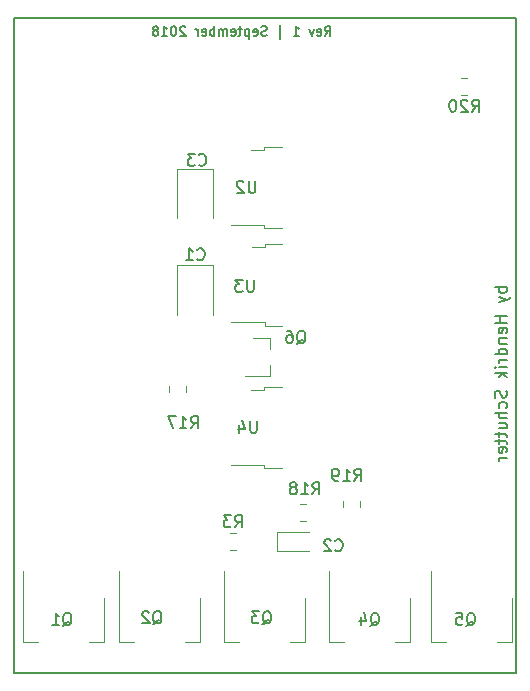
<source format=gbr>
G04 #@! TF.GenerationSoftware,KiCad,Pcbnew,5.0.0*
G04 #@! TF.CreationDate,2018-09-24T20:27:35+02:00*
G04 #@! TF.ProjectId,OpenRClight,4F70656E52436C696768742E6B696361,rev?*
G04 #@! TF.SameCoordinates,Original*
G04 #@! TF.FileFunction,Legend,Bot*
G04 #@! TF.FilePolarity,Positive*
%FSLAX46Y46*%
G04 Gerber Fmt 4.6, Leading zero omitted, Abs format (unit mm)*
G04 Created by KiCad (PCBNEW 5.0.0) date Mon Sep 24 20:27:35 2018*
%MOMM*%
%LPD*%
G01*
G04 APERTURE LIST*
%ADD10C,0.200000*%
%ADD11C,0.120000*%
%ADD12C,0.150000*%
G04 APERTURE END LIST*
D10*
X111450380Y-119333285D02*
X110450380Y-119333285D01*
X110831333Y-119333285D02*
X110783714Y-119428523D01*
X110783714Y-119619000D01*
X110831333Y-119714238D01*
X110878952Y-119761857D01*
X110974190Y-119809476D01*
X111259904Y-119809476D01*
X111355142Y-119761857D01*
X111402761Y-119714238D01*
X111450380Y-119619000D01*
X111450380Y-119428523D01*
X111402761Y-119333285D01*
X110783714Y-120142809D02*
X111450380Y-120380904D01*
X110783714Y-120619000D02*
X111450380Y-120380904D01*
X111688476Y-120285666D01*
X111736095Y-120238047D01*
X111783714Y-120142809D01*
X111450380Y-121761857D02*
X110450380Y-121761857D01*
X110926571Y-121761857D02*
X110926571Y-122333285D01*
X111450380Y-122333285D02*
X110450380Y-122333285D01*
X111402761Y-123190428D02*
X111450380Y-123095190D01*
X111450380Y-122904714D01*
X111402761Y-122809476D01*
X111307523Y-122761857D01*
X110926571Y-122761857D01*
X110831333Y-122809476D01*
X110783714Y-122904714D01*
X110783714Y-123095190D01*
X110831333Y-123190428D01*
X110926571Y-123238047D01*
X111021809Y-123238047D01*
X111117047Y-122761857D01*
X110783714Y-123666619D02*
X111450380Y-123666619D01*
X110878952Y-123666619D02*
X110831333Y-123714238D01*
X110783714Y-123809476D01*
X110783714Y-123952333D01*
X110831333Y-124047571D01*
X110926571Y-124095190D01*
X111450380Y-124095190D01*
X111450380Y-124999952D02*
X110450380Y-124999952D01*
X111402761Y-124999952D02*
X111450380Y-124904714D01*
X111450380Y-124714238D01*
X111402761Y-124619000D01*
X111355142Y-124571380D01*
X111259904Y-124523761D01*
X110974190Y-124523761D01*
X110878952Y-124571380D01*
X110831333Y-124619000D01*
X110783714Y-124714238D01*
X110783714Y-124904714D01*
X110831333Y-124999952D01*
X111450380Y-125476142D02*
X110783714Y-125476142D01*
X110974190Y-125476142D02*
X110878952Y-125523761D01*
X110831333Y-125571380D01*
X110783714Y-125666619D01*
X110783714Y-125761857D01*
X111450380Y-126095190D02*
X110783714Y-126095190D01*
X110450380Y-126095190D02*
X110498000Y-126047571D01*
X110545619Y-126095190D01*
X110498000Y-126142809D01*
X110450380Y-126095190D01*
X110545619Y-126095190D01*
X111450380Y-126571380D02*
X110450380Y-126571380D01*
X111069428Y-126666619D02*
X111450380Y-126952333D01*
X110783714Y-126952333D02*
X111164666Y-126571380D01*
X111402761Y-128095190D02*
X111450380Y-128238047D01*
X111450380Y-128476142D01*
X111402761Y-128571380D01*
X111355142Y-128619000D01*
X111259904Y-128666619D01*
X111164666Y-128666619D01*
X111069428Y-128619000D01*
X111021809Y-128571380D01*
X110974190Y-128476142D01*
X110926571Y-128285666D01*
X110878952Y-128190428D01*
X110831333Y-128142809D01*
X110736095Y-128095190D01*
X110640857Y-128095190D01*
X110545619Y-128142809D01*
X110498000Y-128190428D01*
X110450380Y-128285666D01*
X110450380Y-128523761D01*
X110498000Y-128666619D01*
X111402761Y-129523761D02*
X111450380Y-129428523D01*
X111450380Y-129238047D01*
X111402761Y-129142809D01*
X111355142Y-129095190D01*
X111259904Y-129047571D01*
X110974190Y-129047571D01*
X110878952Y-129095190D01*
X110831333Y-129142809D01*
X110783714Y-129238047D01*
X110783714Y-129428523D01*
X110831333Y-129523761D01*
X111450380Y-129952333D02*
X110450380Y-129952333D01*
X111450380Y-130380904D02*
X110926571Y-130380904D01*
X110831333Y-130333285D01*
X110783714Y-130238047D01*
X110783714Y-130095190D01*
X110831333Y-129999952D01*
X110878952Y-129952333D01*
X110783714Y-131285666D02*
X111450380Y-131285666D01*
X110783714Y-130857095D02*
X111307523Y-130857095D01*
X111402761Y-130904714D01*
X111450380Y-130999952D01*
X111450380Y-131142809D01*
X111402761Y-131238047D01*
X111355142Y-131285666D01*
X110783714Y-131619000D02*
X110783714Y-131999952D01*
X110450380Y-131761857D02*
X111307523Y-131761857D01*
X111402761Y-131809476D01*
X111450380Y-131904714D01*
X111450380Y-131999952D01*
X110783714Y-132190428D02*
X110783714Y-132571380D01*
X110450380Y-132333285D02*
X111307523Y-132333285D01*
X111402761Y-132380904D01*
X111450380Y-132476142D01*
X111450380Y-132571380D01*
X111402761Y-133285666D02*
X111450380Y-133190428D01*
X111450380Y-132999952D01*
X111402761Y-132904714D01*
X111307523Y-132857095D01*
X110926571Y-132857095D01*
X110831333Y-132904714D01*
X110783714Y-132999952D01*
X110783714Y-133190428D01*
X110831333Y-133285666D01*
X110926571Y-133333285D01*
X111021809Y-133333285D01*
X111117047Y-132857095D01*
X111450380Y-133761857D02*
X110783714Y-133761857D01*
X110974190Y-133761857D02*
X110878952Y-133809476D01*
X110831333Y-133857095D01*
X110783714Y-133952333D01*
X110783714Y-134047571D01*
X96074619Y-98024904D02*
X96341285Y-97643952D01*
X96531761Y-98024904D02*
X96531761Y-97224904D01*
X96227000Y-97224904D01*
X96150809Y-97263000D01*
X96112714Y-97301095D01*
X96074619Y-97377285D01*
X96074619Y-97491571D01*
X96112714Y-97567761D01*
X96150809Y-97605857D01*
X96227000Y-97643952D01*
X96531761Y-97643952D01*
X95427000Y-97986809D02*
X95503190Y-98024904D01*
X95655571Y-98024904D01*
X95731761Y-97986809D01*
X95769857Y-97910619D01*
X95769857Y-97605857D01*
X95731761Y-97529666D01*
X95655571Y-97491571D01*
X95503190Y-97491571D01*
X95427000Y-97529666D01*
X95388904Y-97605857D01*
X95388904Y-97682047D01*
X95769857Y-97758238D01*
X95122238Y-97491571D02*
X94931761Y-98024904D01*
X94741285Y-97491571D01*
X93407952Y-98024904D02*
X93865095Y-98024904D01*
X93636523Y-98024904D02*
X93636523Y-97224904D01*
X93712714Y-97339190D01*
X93788904Y-97415380D01*
X93865095Y-97453476D01*
X92265095Y-98291571D02*
X92265095Y-97148714D01*
X91122238Y-97986809D02*
X91007952Y-98024904D01*
X90817476Y-98024904D01*
X90741285Y-97986809D01*
X90703190Y-97948714D01*
X90665095Y-97872523D01*
X90665095Y-97796333D01*
X90703190Y-97720142D01*
X90741285Y-97682047D01*
X90817476Y-97643952D01*
X90969857Y-97605857D01*
X91046047Y-97567761D01*
X91084142Y-97529666D01*
X91122238Y-97453476D01*
X91122238Y-97377285D01*
X91084142Y-97301095D01*
X91046047Y-97263000D01*
X90969857Y-97224904D01*
X90779380Y-97224904D01*
X90665095Y-97263000D01*
X90017476Y-97986809D02*
X90093666Y-98024904D01*
X90246047Y-98024904D01*
X90322238Y-97986809D01*
X90360333Y-97910619D01*
X90360333Y-97605857D01*
X90322238Y-97529666D01*
X90246047Y-97491571D01*
X90093666Y-97491571D01*
X90017476Y-97529666D01*
X89979380Y-97605857D01*
X89979380Y-97682047D01*
X90360333Y-97758238D01*
X89636523Y-97491571D02*
X89636523Y-98291571D01*
X89636523Y-97529666D02*
X89560333Y-97491571D01*
X89407952Y-97491571D01*
X89331761Y-97529666D01*
X89293666Y-97567761D01*
X89255571Y-97643952D01*
X89255571Y-97872523D01*
X89293666Y-97948714D01*
X89331761Y-97986809D01*
X89407952Y-98024904D01*
X89560333Y-98024904D01*
X89636523Y-97986809D01*
X89027000Y-97491571D02*
X88722238Y-97491571D01*
X88912714Y-97224904D02*
X88912714Y-97910619D01*
X88874619Y-97986809D01*
X88798428Y-98024904D01*
X88722238Y-98024904D01*
X88150809Y-97986809D02*
X88227000Y-98024904D01*
X88379380Y-98024904D01*
X88455571Y-97986809D01*
X88493666Y-97910619D01*
X88493666Y-97605857D01*
X88455571Y-97529666D01*
X88379380Y-97491571D01*
X88227000Y-97491571D01*
X88150809Y-97529666D01*
X88112714Y-97605857D01*
X88112714Y-97682047D01*
X88493666Y-97758238D01*
X87769857Y-98024904D02*
X87769857Y-97491571D01*
X87769857Y-97567761D02*
X87731761Y-97529666D01*
X87655571Y-97491571D01*
X87541285Y-97491571D01*
X87465095Y-97529666D01*
X87427000Y-97605857D01*
X87427000Y-98024904D01*
X87427000Y-97605857D02*
X87388904Y-97529666D01*
X87312714Y-97491571D01*
X87198428Y-97491571D01*
X87122238Y-97529666D01*
X87084142Y-97605857D01*
X87084142Y-98024904D01*
X86703190Y-98024904D02*
X86703190Y-97224904D01*
X86703190Y-97529666D02*
X86627000Y-97491571D01*
X86474619Y-97491571D01*
X86398428Y-97529666D01*
X86360333Y-97567761D01*
X86322238Y-97643952D01*
X86322238Y-97872523D01*
X86360333Y-97948714D01*
X86398428Y-97986809D01*
X86474619Y-98024904D01*
X86627000Y-98024904D01*
X86703190Y-97986809D01*
X85674619Y-97986809D02*
X85750809Y-98024904D01*
X85903190Y-98024904D01*
X85979380Y-97986809D01*
X86017476Y-97910619D01*
X86017476Y-97605857D01*
X85979380Y-97529666D01*
X85903190Y-97491571D01*
X85750809Y-97491571D01*
X85674619Y-97529666D01*
X85636523Y-97605857D01*
X85636523Y-97682047D01*
X86017476Y-97758238D01*
X85293666Y-98024904D02*
X85293666Y-97491571D01*
X85293666Y-97643952D02*
X85255571Y-97567761D01*
X85217476Y-97529666D01*
X85141285Y-97491571D01*
X85065095Y-97491571D01*
X84227000Y-97301095D02*
X84188904Y-97263000D01*
X84112714Y-97224904D01*
X83922238Y-97224904D01*
X83846047Y-97263000D01*
X83807952Y-97301095D01*
X83769857Y-97377285D01*
X83769857Y-97453476D01*
X83807952Y-97567761D01*
X84265095Y-98024904D01*
X83769857Y-98024904D01*
X83274619Y-97224904D02*
X83198428Y-97224904D01*
X83122238Y-97263000D01*
X83084142Y-97301095D01*
X83046047Y-97377285D01*
X83007952Y-97529666D01*
X83007952Y-97720142D01*
X83046047Y-97872523D01*
X83084142Y-97948714D01*
X83122238Y-97986809D01*
X83198428Y-98024904D01*
X83274619Y-98024904D01*
X83350809Y-97986809D01*
X83388904Y-97948714D01*
X83427000Y-97872523D01*
X83465095Y-97720142D01*
X83465095Y-97529666D01*
X83427000Y-97377285D01*
X83388904Y-97301095D01*
X83350809Y-97263000D01*
X83274619Y-97224904D01*
X82246047Y-98024904D02*
X82703190Y-98024904D01*
X82474619Y-98024904D02*
X82474619Y-97224904D01*
X82550809Y-97339190D01*
X82627000Y-97415380D01*
X82703190Y-97453476D01*
X81788904Y-97567761D02*
X81865095Y-97529666D01*
X81903190Y-97491571D01*
X81941285Y-97415380D01*
X81941285Y-97377285D01*
X81903190Y-97301095D01*
X81865095Y-97263000D01*
X81788904Y-97224904D01*
X81636523Y-97224904D01*
X81560333Y-97263000D01*
X81522238Y-97301095D01*
X81484142Y-97377285D01*
X81484142Y-97415380D01*
X81522238Y-97491571D01*
X81560333Y-97529666D01*
X81636523Y-97567761D01*
X81788904Y-97567761D01*
X81865095Y-97605857D01*
X81903190Y-97643952D01*
X81941285Y-97720142D01*
X81941285Y-97872523D01*
X81903190Y-97948714D01*
X81865095Y-97986809D01*
X81788904Y-98024904D01*
X81636523Y-98024904D01*
X81560333Y-97986809D01*
X81522238Y-97948714D01*
X81484142Y-97872523D01*
X81484142Y-97720142D01*
X81522238Y-97643952D01*
X81560333Y-97605857D01*
X81636523Y-97567761D01*
X69723000Y-96520000D02*
X112268000Y-96520000D01*
X69723000Y-152019000D02*
X69723000Y-96520000D01*
X112268000Y-152019000D02*
X69723000Y-152019000D01*
X112268000Y-96520000D02*
X112268000Y-152019000D01*
D11*
G04 #@! TO.C,C1*
X86600000Y-117428000D02*
X86600000Y-121638000D01*
X83580000Y-117428000D02*
X86600000Y-117428000D01*
X83580000Y-121638000D02*
X83580000Y-117428000D01*
G04 #@! TO.C,C3*
X83580000Y-113496000D02*
X83580000Y-109286000D01*
X83580000Y-109286000D02*
X86600000Y-109286000D01*
X86600000Y-109286000D02*
X86600000Y-113496000D01*
G04 #@! TO.C,Q1*
X70504000Y-143347000D02*
X70504000Y-149357000D01*
X77324000Y-145597000D02*
X77324000Y-149357000D01*
X70504000Y-149357000D02*
X71764000Y-149357000D01*
X77324000Y-149357000D02*
X76064000Y-149357000D01*
G04 #@! TO.C,Q2*
X78632000Y-143347000D02*
X78632000Y-149357000D01*
X85452000Y-145597000D02*
X85452000Y-149357000D01*
X78632000Y-149357000D02*
X79892000Y-149357000D01*
X85452000Y-149357000D02*
X84192000Y-149357000D01*
G04 #@! TO.C,Q3*
X94342000Y-149357000D02*
X93082000Y-149357000D01*
X87522000Y-149357000D02*
X88782000Y-149357000D01*
X94342000Y-145597000D02*
X94342000Y-149357000D01*
X87522000Y-143347000D02*
X87522000Y-149357000D01*
G04 #@! TO.C,Q4*
X103232000Y-149357000D02*
X101972000Y-149357000D01*
X96412000Y-149357000D02*
X97672000Y-149357000D01*
X103232000Y-145597000D02*
X103232000Y-149357000D01*
X96412000Y-143347000D02*
X96412000Y-149357000D01*
G04 #@! TO.C,Q5*
X111868000Y-149357000D02*
X110608000Y-149357000D01*
X105048000Y-149357000D02*
X106308000Y-149357000D01*
X111868000Y-145597000D02*
X111868000Y-149357000D01*
X105048000Y-143347000D02*
X105048000Y-149357000D01*
G04 #@! TO.C,Q6*
X91454000Y-123642000D02*
X91454000Y-124572000D01*
X91454000Y-126802000D02*
X91454000Y-125872000D01*
X91454000Y-126802000D02*
X89294000Y-126802000D01*
X91454000Y-123642000D02*
X89994000Y-123642000D01*
G04 #@! TO.C,R3*
X88523578Y-141553000D02*
X88006422Y-141553000D01*
X88523578Y-140133000D02*
X88006422Y-140133000D01*
G04 #@! TO.C,R17*
X84276000Y-128196578D02*
X84276000Y-127679422D01*
X82856000Y-128196578D02*
X82856000Y-127679422D01*
G04 #@! TO.C,R18*
X93975422Y-139140000D02*
X94492578Y-139140000D01*
X93975422Y-137720000D02*
X94492578Y-137720000D01*
G04 #@! TO.C,R19*
X99008000Y-137974578D02*
X99008000Y-137457422D01*
X97588000Y-137974578D02*
X97588000Y-137457422D01*
G04 #@! TO.C,R20*
X107613422Y-101652000D02*
X108130578Y-101652000D01*
X107613422Y-103072000D02*
X108130578Y-103072000D01*
G04 #@! TO.C,U2*
X92434000Y-114321000D02*
X90934000Y-114321000D01*
X90934000Y-114321000D02*
X90934000Y-114051000D01*
X90934000Y-114051000D02*
X88104000Y-114051000D01*
X92434000Y-107421000D02*
X90934000Y-107421000D01*
X90934000Y-107421000D02*
X90934000Y-107691000D01*
X90934000Y-107691000D02*
X89834000Y-107691000D01*
G04 #@! TO.C,U3*
X90958000Y-115945000D02*
X89858000Y-115945000D01*
X90958000Y-115675000D02*
X90958000Y-115945000D01*
X92458000Y-115675000D02*
X90958000Y-115675000D01*
X90958000Y-122305000D02*
X88128000Y-122305000D01*
X90958000Y-122575000D02*
X90958000Y-122305000D01*
X92458000Y-122575000D02*
X90958000Y-122575000D01*
G04 #@! TO.C,U4*
X92434000Y-134641000D02*
X90934000Y-134641000D01*
X90934000Y-134641000D02*
X90934000Y-134371000D01*
X90934000Y-134371000D02*
X88104000Y-134371000D01*
X92434000Y-127741000D02*
X90934000Y-127741000D01*
X90934000Y-127741000D02*
X90934000Y-128011000D01*
X90934000Y-128011000D02*
X89834000Y-128011000D01*
G04 #@! TO.C,C2*
X94727500Y-141628000D02*
X92017500Y-141628000D01*
X92017500Y-141628000D02*
X92017500Y-140058000D01*
X92017500Y-140058000D02*
X94727500Y-140058000D01*
G04 #@! TO.C,C1*
D12*
X85256666Y-116943142D02*
X85304285Y-116990761D01*
X85447142Y-117038380D01*
X85542380Y-117038380D01*
X85685238Y-116990761D01*
X85780476Y-116895523D01*
X85828095Y-116800285D01*
X85875714Y-116609809D01*
X85875714Y-116466952D01*
X85828095Y-116276476D01*
X85780476Y-116181238D01*
X85685238Y-116086000D01*
X85542380Y-116038380D01*
X85447142Y-116038380D01*
X85304285Y-116086000D01*
X85256666Y-116133619D01*
X84304285Y-117038380D02*
X84875714Y-117038380D01*
X84590000Y-117038380D02*
X84590000Y-116038380D01*
X84685238Y-116181238D01*
X84780476Y-116276476D01*
X84875714Y-116324095D01*
G04 #@! TO.C,C3*
X85383666Y-108942142D02*
X85431285Y-108989761D01*
X85574142Y-109037380D01*
X85669380Y-109037380D01*
X85812238Y-108989761D01*
X85907476Y-108894523D01*
X85955095Y-108799285D01*
X86002714Y-108608809D01*
X86002714Y-108465952D01*
X85955095Y-108275476D01*
X85907476Y-108180238D01*
X85812238Y-108085000D01*
X85669380Y-108037380D01*
X85574142Y-108037380D01*
X85431285Y-108085000D01*
X85383666Y-108132619D01*
X85050333Y-108037380D02*
X84431285Y-108037380D01*
X84764619Y-108418333D01*
X84621761Y-108418333D01*
X84526523Y-108465952D01*
X84478904Y-108513571D01*
X84431285Y-108608809D01*
X84431285Y-108846904D01*
X84478904Y-108942142D01*
X84526523Y-108989761D01*
X84621761Y-109037380D01*
X84907476Y-109037380D01*
X85002714Y-108989761D01*
X85050333Y-108942142D01*
G04 #@! TO.C,Q1*
X73882238Y-147994619D02*
X73977476Y-147947000D01*
X74072714Y-147851761D01*
X74215571Y-147708904D01*
X74310809Y-147661285D01*
X74406047Y-147661285D01*
X74358428Y-147899380D02*
X74453666Y-147851761D01*
X74548904Y-147756523D01*
X74596523Y-147566047D01*
X74596523Y-147232714D01*
X74548904Y-147042238D01*
X74453666Y-146947000D01*
X74358428Y-146899380D01*
X74167952Y-146899380D01*
X74072714Y-146947000D01*
X73977476Y-147042238D01*
X73929857Y-147232714D01*
X73929857Y-147566047D01*
X73977476Y-147756523D01*
X74072714Y-147851761D01*
X74167952Y-147899380D01*
X74358428Y-147899380D01*
X72977476Y-147899380D02*
X73548904Y-147899380D01*
X73263190Y-147899380D02*
X73263190Y-146899380D01*
X73358428Y-147042238D01*
X73453666Y-147137476D01*
X73548904Y-147185095D01*
G04 #@! TO.C,Q2*
X81502238Y-147867619D02*
X81597476Y-147820000D01*
X81692714Y-147724761D01*
X81835571Y-147581904D01*
X81930809Y-147534285D01*
X82026047Y-147534285D01*
X81978428Y-147772380D02*
X82073666Y-147724761D01*
X82168904Y-147629523D01*
X82216523Y-147439047D01*
X82216523Y-147105714D01*
X82168904Y-146915238D01*
X82073666Y-146820000D01*
X81978428Y-146772380D01*
X81787952Y-146772380D01*
X81692714Y-146820000D01*
X81597476Y-146915238D01*
X81549857Y-147105714D01*
X81549857Y-147439047D01*
X81597476Y-147629523D01*
X81692714Y-147724761D01*
X81787952Y-147772380D01*
X81978428Y-147772380D01*
X81168904Y-146867619D02*
X81121285Y-146820000D01*
X81026047Y-146772380D01*
X80787952Y-146772380D01*
X80692714Y-146820000D01*
X80645095Y-146867619D01*
X80597476Y-146962857D01*
X80597476Y-147058095D01*
X80645095Y-147200952D01*
X81216523Y-147772380D01*
X80597476Y-147772380D01*
G04 #@! TO.C,Q3*
X90773238Y-147867619D02*
X90868476Y-147820000D01*
X90963714Y-147724761D01*
X91106571Y-147581904D01*
X91201809Y-147534285D01*
X91297047Y-147534285D01*
X91249428Y-147772380D02*
X91344666Y-147724761D01*
X91439904Y-147629523D01*
X91487523Y-147439047D01*
X91487523Y-147105714D01*
X91439904Y-146915238D01*
X91344666Y-146820000D01*
X91249428Y-146772380D01*
X91058952Y-146772380D01*
X90963714Y-146820000D01*
X90868476Y-146915238D01*
X90820857Y-147105714D01*
X90820857Y-147439047D01*
X90868476Y-147629523D01*
X90963714Y-147724761D01*
X91058952Y-147772380D01*
X91249428Y-147772380D01*
X90487523Y-146772380D02*
X89868476Y-146772380D01*
X90201809Y-147153333D01*
X90058952Y-147153333D01*
X89963714Y-147200952D01*
X89916095Y-147248571D01*
X89868476Y-147343809D01*
X89868476Y-147581904D01*
X89916095Y-147677142D01*
X89963714Y-147724761D01*
X90058952Y-147772380D01*
X90344666Y-147772380D01*
X90439904Y-147724761D01*
X90487523Y-147677142D01*
G04 #@! TO.C,Q4*
X99917238Y-147994619D02*
X100012476Y-147947000D01*
X100107714Y-147851761D01*
X100250571Y-147708904D01*
X100345809Y-147661285D01*
X100441047Y-147661285D01*
X100393428Y-147899380D02*
X100488666Y-147851761D01*
X100583904Y-147756523D01*
X100631523Y-147566047D01*
X100631523Y-147232714D01*
X100583904Y-147042238D01*
X100488666Y-146947000D01*
X100393428Y-146899380D01*
X100202952Y-146899380D01*
X100107714Y-146947000D01*
X100012476Y-147042238D01*
X99964857Y-147232714D01*
X99964857Y-147566047D01*
X100012476Y-147756523D01*
X100107714Y-147851761D01*
X100202952Y-147899380D01*
X100393428Y-147899380D01*
X99107714Y-147232714D02*
X99107714Y-147899380D01*
X99345809Y-146851761D02*
X99583904Y-147566047D01*
X98964857Y-147566047D01*
G04 #@! TO.C,Q5*
X108045238Y-147994619D02*
X108140476Y-147947000D01*
X108235714Y-147851761D01*
X108378571Y-147708904D01*
X108473809Y-147661285D01*
X108569047Y-147661285D01*
X108521428Y-147899380D02*
X108616666Y-147851761D01*
X108711904Y-147756523D01*
X108759523Y-147566047D01*
X108759523Y-147232714D01*
X108711904Y-147042238D01*
X108616666Y-146947000D01*
X108521428Y-146899380D01*
X108330952Y-146899380D01*
X108235714Y-146947000D01*
X108140476Y-147042238D01*
X108092857Y-147232714D01*
X108092857Y-147566047D01*
X108140476Y-147756523D01*
X108235714Y-147851761D01*
X108330952Y-147899380D01*
X108521428Y-147899380D01*
X107188095Y-146899380D02*
X107664285Y-146899380D01*
X107711904Y-147375571D01*
X107664285Y-147327952D01*
X107569047Y-147280333D01*
X107330952Y-147280333D01*
X107235714Y-147327952D01*
X107188095Y-147375571D01*
X107140476Y-147470809D01*
X107140476Y-147708904D01*
X107188095Y-147804142D01*
X107235714Y-147851761D01*
X107330952Y-147899380D01*
X107569047Y-147899380D01*
X107664285Y-147851761D01*
X107711904Y-147804142D01*
G04 #@! TO.C,Q6*
X93694238Y-124118619D02*
X93789476Y-124071000D01*
X93884714Y-123975761D01*
X94027571Y-123832904D01*
X94122809Y-123785285D01*
X94218047Y-123785285D01*
X94170428Y-124023380D02*
X94265666Y-123975761D01*
X94360904Y-123880523D01*
X94408523Y-123690047D01*
X94408523Y-123356714D01*
X94360904Y-123166238D01*
X94265666Y-123071000D01*
X94170428Y-123023380D01*
X93979952Y-123023380D01*
X93884714Y-123071000D01*
X93789476Y-123166238D01*
X93741857Y-123356714D01*
X93741857Y-123690047D01*
X93789476Y-123880523D01*
X93884714Y-123975761D01*
X93979952Y-124023380D01*
X94170428Y-124023380D01*
X92884714Y-123023380D02*
X93075190Y-123023380D01*
X93170428Y-123071000D01*
X93218047Y-123118619D01*
X93313285Y-123261476D01*
X93360904Y-123451952D01*
X93360904Y-123832904D01*
X93313285Y-123928142D01*
X93265666Y-123975761D01*
X93170428Y-124023380D01*
X92979952Y-124023380D01*
X92884714Y-123975761D01*
X92837095Y-123928142D01*
X92789476Y-123832904D01*
X92789476Y-123594809D01*
X92837095Y-123499571D01*
X92884714Y-123451952D01*
X92979952Y-123404333D01*
X93170428Y-123404333D01*
X93265666Y-123451952D01*
X93313285Y-123499571D01*
X93360904Y-123594809D01*
G04 #@! TO.C,R3*
X88431666Y-139645380D02*
X88765000Y-139169190D01*
X89003095Y-139645380D02*
X89003095Y-138645380D01*
X88622142Y-138645380D01*
X88526904Y-138693000D01*
X88479285Y-138740619D01*
X88431666Y-138835857D01*
X88431666Y-138978714D01*
X88479285Y-139073952D01*
X88526904Y-139121571D01*
X88622142Y-139169190D01*
X89003095Y-139169190D01*
X88098333Y-138645380D02*
X87479285Y-138645380D01*
X87812619Y-139026333D01*
X87669761Y-139026333D01*
X87574523Y-139073952D01*
X87526904Y-139121571D01*
X87479285Y-139216809D01*
X87479285Y-139454904D01*
X87526904Y-139550142D01*
X87574523Y-139597761D01*
X87669761Y-139645380D01*
X87955476Y-139645380D01*
X88050714Y-139597761D01*
X88098333Y-139550142D01*
G04 #@! TO.C,R17*
X84716857Y-131262380D02*
X85050190Y-130786190D01*
X85288285Y-131262380D02*
X85288285Y-130262380D01*
X84907333Y-130262380D01*
X84812095Y-130310000D01*
X84764476Y-130357619D01*
X84716857Y-130452857D01*
X84716857Y-130595714D01*
X84764476Y-130690952D01*
X84812095Y-130738571D01*
X84907333Y-130786190D01*
X85288285Y-130786190D01*
X83764476Y-131262380D02*
X84335904Y-131262380D01*
X84050190Y-131262380D02*
X84050190Y-130262380D01*
X84145428Y-130405238D01*
X84240666Y-130500476D01*
X84335904Y-130548095D01*
X83431142Y-130262380D02*
X82764476Y-130262380D01*
X83193047Y-131262380D01*
G04 #@! TO.C,R18*
X95003857Y-136850380D02*
X95337190Y-136374190D01*
X95575285Y-136850380D02*
X95575285Y-135850380D01*
X95194333Y-135850380D01*
X95099095Y-135898000D01*
X95051476Y-135945619D01*
X95003857Y-136040857D01*
X95003857Y-136183714D01*
X95051476Y-136278952D01*
X95099095Y-136326571D01*
X95194333Y-136374190D01*
X95575285Y-136374190D01*
X94051476Y-136850380D02*
X94622904Y-136850380D01*
X94337190Y-136850380D02*
X94337190Y-135850380D01*
X94432428Y-135993238D01*
X94527666Y-136088476D01*
X94622904Y-136136095D01*
X93480047Y-136278952D02*
X93575285Y-136231333D01*
X93622904Y-136183714D01*
X93670523Y-136088476D01*
X93670523Y-136040857D01*
X93622904Y-135945619D01*
X93575285Y-135898000D01*
X93480047Y-135850380D01*
X93289571Y-135850380D01*
X93194333Y-135898000D01*
X93146714Y-135945619D01*
X93099095Y-136040857D01*
X93099095Y-136088476D01*
X93146714Y-136183714D01*
X93194333Y-136231333D01*
X93289571Y-136278952D01*
X93480047Y-136278952D01*
X93575285Y-136326571D01*
X93622904Y-136374190D01*
X93670523Y-136469428D01*
X93670523Y-136659904D01*
X93622904Y-136755142D01*
X93575285Y-136802761D01*
X93480047Y-136850380D01*
X93289571Y-136850380D01*
X93194333Y-136802761D01*
X93146714Y-136755142D01*
X93099095Y-136659904D01*
X93099095Y-136469428D01*
X93146714Y-136374190D01*
X93194333Y-136326571D01*
X93289571Y-136278952D01*
G04 #@! TO.C,R19*
X98559857Y-135707380D02*
X98893190Y-135231190D01*
X99131285Y-135707380D02*
X99131285Y-134707380D01*
X98750333Y-134707380D01*
X98655095Y-134755000D01*
X98607476Y-134802619D01*
X98559857Y-134897857D01*
X98559857Y-135040714D01*
X98607476Y-135135952D01*
X98655095Y-135183571D01*
X98750333Y-135231190D01*
X99131285Y-135231190D01*
X97607476Y-135707380D02*
X98178904Y-135707380D01*
X97893190Y-135707380D02*
X97893190Y-134707380D01*
X97988428Y-134850238D01*
X98083666Y-134945476D01*
X98178904Y-134993095D01*
X97131285Y-135707380D02*
X96940809Y-135707380D01*
X96845571Y-135659761D01*
X96797952Y-135612142D01*
X96702714Y-135469285D01*
X96655095Y-135278809D01*
X96655095Y-134897857D01*
X96702714Y-134802619D01*
X96750333Y-134755000D01*
X96845571Y-134707380D01*
X97036047Y-134707380D01*
X97131285Y-134755000D01*
X97178904Y-134802619D01*
X97226523Y-134897857D01*
X97226523Y-135135952D01*
X97178904Y-135231190D01*
X97131285Y-135278809D01*
X97036047Y-135326428D01*
X96845571Y-135326428D01*
X96750333Y-135278809D01*
X96702714Y-135231190D01*
X96655095Y-135135952D01*
G04 #@! TO.C,R20*
X108514857Y-104464380D02*
X108848190Y-103988190D01*
X109086285Y-104464380D02*
X109086285Y-103464380D01*
X108705333Y-103464380D01*
X108610095Y-103512000D01*
X108562476Y-103559619D01*
X108514857Y-103654857D01*
X108514857Y-103797714D01*
X108562476Y-103892952D01*
X108610095Y-103940571D01*
X108705333Y-103988190D01*
X109086285Y-103988190D01*
X108133904Y-103559619D02*
X108086285Y-103512000D01*
X107991047Y-103464380D01*
X107752952Y-103464380D01*
X107657714Y-103512000D01*
X107610095Y-103559619D01*
X107562476Y-103654857D01*
X107562476Y-103750095D01*
X107610095Y-103892952D01*
X108181523Y-104464380D01*
X107562476Y-104464380D01*
X106943428Y-103464380D02*
X106848190Y-103464380D01*
X106752952Y-103512000D01*
X106705333Y-103559619D01*
X106657714Y-103654857D01*
X106610095Y-103845333D01*
X106610095Y-104083428D01*
X106657714Y-104273904D01*
X106705333Y-104369142D01*
X106752952Y-104416761D01*
X106848190Y-104464380D01*
X106943428Y-104464380D01*
X107038666Y-104416761D01*
X107086285Y-104369142D01*
X107133904Y-104273904D01*
X107181523Y-104083428D01*
X107181523Y-103845333D01*
X107133904Y-103654857D01*
X107086285Y-103559619D01*
X107038666Y-103512000D01*
X106943428Y-103464380D01*
G04 #@! TO.C,U2*
X90169904Y-110323380D02*
X90169904Y-111132904D01*
X90122285Y-111228142D01*
X90074666Y-111275761D01*
X89979428Y-111323380D01*
X89788952Y-111323380D01*
X89693714Y-111275761D01*
X89646095Y-111228142D01*
X89598476Y-111132904D01*
X89598476Y-110323380D01*
X89169904Y-110418619D02*
X89122285Y-110371000D01*
X89027047Y-110323380D01*
X88788952Y-110323380D01*
X88693714Y-110371000D01*
X88646095Y-110418619D01*
X88598476Y-110513857D01*
X88598476Y-110609095D01*
X88646095Y-110751952D01*
X89217523Y-111323380D01*
X88598476Y-111323380D01*
G04 #@! TO.C,U3*
X90042904Y-118705380D02*
X90042904Y-119514904D01*
X89995285Y-119610142D01*
X89947666Y-119657761D01*
X89852428Y-119705380D01*
X89661952Y-119705380D01*
X89566714Y-119657761D01*
X89519095Y-119610142D01*
X89471476Y-119514904D01*
X89471476Y-118705380D01*
X89090523Y-118705380D02*
X88471476Y-118705380D01*
X88804809Y-119086333D01*
X88661952Y-119086333D01*
X88566714Y-119133952D01*
X88519095Y-119181571D01*
X88471476Y-119276809D01*
X88471476Y-119514904D01*
X88519095Y-119610142D01*
X88566714Y-119657761D01*
X88661952Y-119705380D01*
X88947666Y-119705380D01*
X89042904Y-119657761D01*
X89090523Y-119610142D01*
G04 #@! TO.C,U4*
X90296904Y-130643380D02*
X90296904Y-131452904D01*
X90249285Y-131548142D01*
X90201666Y-131595761D01*
X90106428Y-131643380D01*
X89915952Y-131643380D01*
X89820714Y-131595761D01*
X89773095Y-131548142D01*
X89725476Y-131452904D01*
X89725476Y-130643380D01*
X88820714Y-130976714D02*
X88820714Y-131643380D01*
X89058809Y-130595761D02*
X89296904Y-131310047D01*
X88677857Y-131310047D01*
G04 #@! TO.C,C2*
X96940666Y-141581142D02*
X96988285Y-141628761D01*
X97131142Y-141676380D01*
X97226380Y-141676380D01*
X97369238Y-141628761D01*
X97464476Y-141533523D01*
X97512095Y-141438285D01*
X97559714Y-141247809D01*
X97559714Y-141104952D01*
X97512095Y-140914476D01*
X97464476Y-140819238D01*
X97369238Y-140724000D01*
X97226380Y-140676380D01*
X97131142Y-140676380D01*
X96988285Y-140724000D01*
X96940666Y-140771619D01*
X96559714Y-140771619D02*
X96512095Y-140724000D01*
X96416857Y-140676380D01*
X96178761Y-140676380D01*
X96083523Y-140724000D01*
X96035904Y-140771619D01*
X95988285Y-140866857D01*
X95988285Y-140962095D01*
X96035904Y-141104952D01*
X96607333Y-141676380D01*
X95988285Y-141676380D01*
G04 #@! TD*
M02*

</source>
